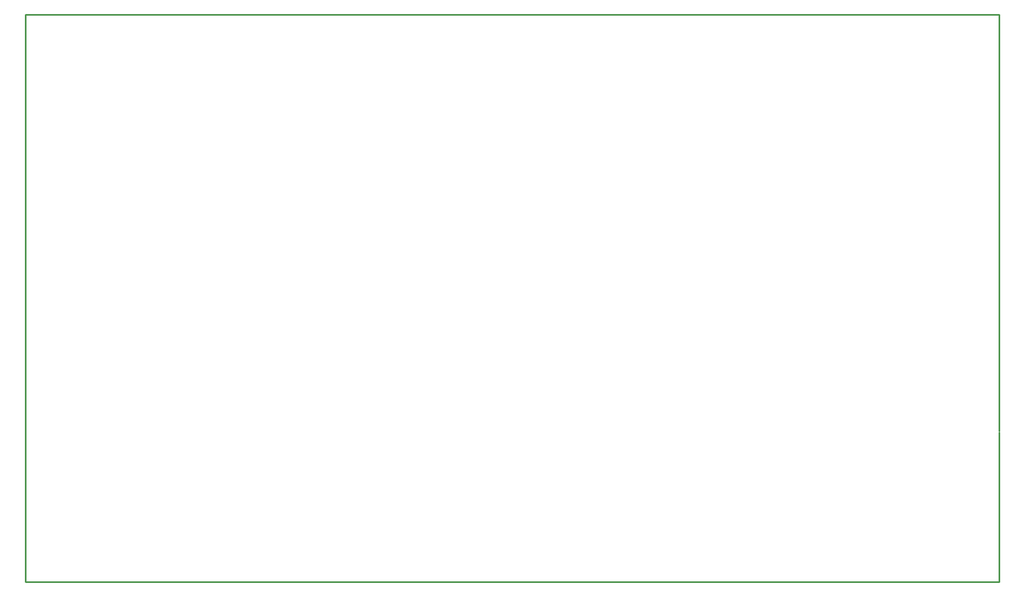
<source format=gko>
G04*
G04 #@! TF.GenerationSoftware,Altium Limited,Altium Designer,24.1.2 (44)*
G04*
G04 Layer_Color=16711935*
%FSLAX44Y44*%
%MOMM*%
G71*
G04*
G04 #@! TF.SameCoordinates,D0725CFB-4392-4FD5-9E36-9DAD540CF34A*
G04*
G04*
G04 #@! TF.FilePolarity,Positive*
G04*
G01*
G75*
%ADD11C,0.2540*%
D11*
X-0Y889000D02*
X1524000D01*
Y655320D02*
Y889000D01*
Y0D02*
Y234950D01*
X-0Y889000D02*
X0Y0D01*
X1524000D01*
Y236220D02*
Y655320D01*
M02*

</source>
